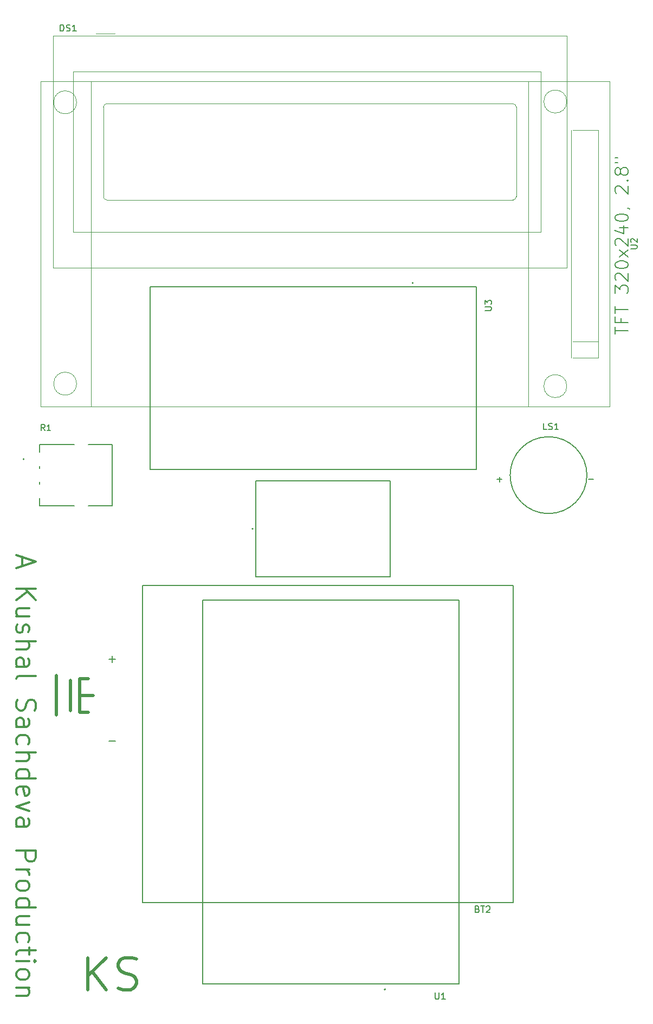
<source format=gbr>
%TF.GenerationSoftware,KiCad,Pcbnew,9.0.3*%
%TF.CreationDate,2025-09-20T20:18:25+05:30*%
%TF.ProjectId,RFID2,52464944-322e-46b6-9963-61645f706362,rev?*%
%TF.SameCoordinates,Original*%
%TF.FileFunction,Legend,Top*%
%TF.FilePolarity,Positive*%
%FSLAX46Y46*%
G04 Gerber Fmt 4.6, Leading zero omitted, Abs format (unit mm)*
G04 Created by KiCad (PCBNEW 9.0.3) date 2025-09-20 20:18:25*
%MOMM*%
%LPD*%
G01*
G04 APERTURE LIST*
%ADD10C,0.100000*%
%ADD11C,0.500000*%
%ADD12C,0.300000*%
%ADD13C,0.150000*%
%ADD14C,0.127000*%
%ADD15C,0.200000*%
%ADD16C,0.120000*%
G04 APERTURE END LIST*
D10*
D11*
X87819423Y-175144032D02*
X87819423Y-170144032D01*
X90676566Y-175144032D02*
X88533708Y-172286889D01*
X90676566Y-170144032D02*
X87819423Y-173001175D01*
X92581327Y-174905937D02*
X93295613Y-175144032D01*
X93295613Y-175144032D02*
X94486089Y-175144032D01*
X94486089Y-175144032D02*
X94962280Y-174905937D01*
X94962280Y-174905937D02*
X95200375Y-174667841D01*
X95200375Y-174667841D02*
X95438470Y-174191651D01*
X95438470Y-174191651D02*
X95438470Y-173715460D01*
X95438470Y-173715460D02*
X95200375Y-173239270D01*
X95200375Y-173239270D02*
X94962280Y-173001175D01*
X94962280Y-173001175D02*
X94486089Y-172763079D01*
X94486089Y-172763079D02*
X93533708Y-172524984D01*
X93533708Y-172524984D02*
X93057518Y-172286889D01*
X93057518Y-172286889D02*
X92819423Y-172048794D01*
X92819423Y-172048794D02*
X92581327Y-171572603D01*
X92581327Y-171572603D02*
X92581327Y-171096413D01*
X92581327Y-171096413D02*
X92819423Y-170620222D01*
X92819423Y-170620222D02*
X93057518Y-170382127D01*
X93057518Y-170382127D02*
X93533708Y-170144032D01*
X93533708Y-170144032D02*
X94724185Y-170144032D01*
X94724185Y-170144032D02*
X95438470Y-170382127D01*
X82937904Y-126087074D02*
X82937904Y-132277550D01*
X86509333Y-126563264D02*
X86509333Y-131801360D01*
X87937904Y-126563264D02*
X86509333Y-126563264D01*
X85080761Y-126801360D02*
X85080761Y-131563264D01*
X88652190Y-129182312D02*
X86509333Y-129182312D01*
X87937904Y-131801360D02*
X86509333Y-131801360D01*
D12*
X77539885Y-107550733D02*
X77539885Y-108979305D01*
X76682742Y-107265019D02*
X79682742Y-108265019D01*
X79682742Y-108265019D02*
X76682742Y-109265019D01*
X76682742Y-112550733D02*
X79682742Y-112550733D01*
X76682742Y-114265019D02*
X78397028Y-112979305D01*
X79682742Y-114265019D02*
X77968457Y-112550733D01*
X78682742Y-116836448D02*
X76682742Y-116836448D01*
X78682742Y-115550733D02*
X77111314Y-115550733D01*
X77111314Y-115550733D02*
X76825600Y-115693590D01*
X76825600Y-115693590D02*
X76682742Y-115979305D01*
X76682742Y-115979305D02*
X76682742Y-116407876D01*
X76682742Y-116407876D02*
X76825600Y-116693590D01*
X76825600Y-116693590D02*
X76968457Y-116836448D01*
X76825600Y-118122162D02*
X76682742Y-118407876D01*
X76682742Y-118407876D02*
X76682742Y-118979305D01*
X76682742Y-118979305D02*
X76825600Y-119265019D01*
X76825600Y-119265019D02*
X77111314Y-119407876D01*
X77111314Y-119407876D02*
X77254171Y-119407876D01*
X77254171Y-119407876D02*
X77539885Y-119265019D01*
X77539885Y-119265019D02*
X77682742Y-118979305D01*
X77682742Y-118979305D02*
X77682742Y-118550734D01*
X77682742Y-118550734D02*
X77825600Y-118265019D01*
X77825600Y-118265019D02*
X78111314Y-118122162D01*
X78111314Y-118122162D02*
X78254171Y-118122162D01*
X78254171Y-118122162D02*
X78539885Y-118265019D01*
X78539885Y-118265019D02*
X78682742Y-118550734D01*
X78682742Y-118550734D02*
X78682742Y-118979305D01*
X78682742Y-118979305D02*
X78539885Y-119265019D01*
X76682742Y-120693590D02*
X79682742Y-120693590D01*
X76682742Y-121979305D02*
X78254171Y-121979305D01*
X78254171Y-121979305D02*
X78539885Y-121836447D01*
X78539885Y-121836447D02*
X78682742Y-121550733D01*
X78682742Y-121550733D02*
X78682742Y-121122162D01*
X78682742Y-121122162D02*
X78539885Y-120836447D01*
X78539885Y-120836447D02*
X78397028Y-120693590D01*
X76682742Y-124693591D02*
X78254171Y-124693591D01*
X78254171Y-124693591D02*
X78539885Y-124550733D01*
X78539885Y-124550733D02*
X78682742Y-124265019D01*
X78682742Y-124265019D02*
X78682742Y-123693591D01*
X78682742Y-123693591D02*
X78539885Y-123407876D01*
X76825600Y-124693591D02*
X76682742Y-124407876D01*
X76682742Y-124407876D02*
X76682742Y-123693591D01*
X76682742Y-123693591D02*
X76825600Y-123407876D01*
X76825600Y-123407876D02*
X77111314Y-123265019D01*
X77111314Y-123265019D02*
X77397028Y-123265019D01*
X77397028Y-123265019D02*
X77682742Y-123407876D01*
X77682742Y-123407876D02*
X77825600Y-123693591D01*
X77825600Y-123693591D02*
X77825600Y-124407876D01*
X77825600Y-124407876D02*
X77968457Y-124693591D01*
X76682742Y-126550734D02*
X76825600Y-126265019D01*
X76825600Y-126265019D02*
X77111314Y-126122162D01*
X77111314Y-126122162D02*
X79682742Y-126122162D01*
X76825600Y-129836448D02*
X76682742Y-130265020D01*
X76682742Y-130265020D02*
X76682742Y-130979305D01*
X76682742Y-130979305D02*
X76825600Y-131265020D01*
X76825600Y-131265020D02*
X76968457Y-131407877D01*
X76968457Y-131407877D02*
X77254171Y-131550734D01*
X77254171Y-131550734D02*
X77539885Y-131550734D01*
X77539885Y-131550734D02*
X77825600Y-131407877D01*
X77825600Y-131407877D02*
X77968457Y-131265020D01*
X77968457Y-131265020D02*
X78111314Y-130979305D01*
X78111314Y-130979305D02*
X78254171Y-130407877D01*
X78254171Y-130407877D02*
X78397028Y-130122162D01*
X78397028Y-130122162D02*
X78539885Y-129979305D01*
X78539885Y-129979305D02*
X78825600Y-129836448D01*
X78825600Y-129836448D02*
X79111314Y-129836448D01*
X79111314Y-129836448D02*
X79397028Y-129979305D01*
X79397028Y-129979305D02*
X79539885Y-130122162D01*
X79539885Y-130122162D02*
X79682742Y-130407877D01*
X79682742Y-130407877D02*
X79682742Y-131122162D01*
X79682742Y-131122162D02*
X79539885Y-131550734D01*
X76682742Y-134122163D02*
X78254171Y-134122163D01*
X78254171Y-134122163D02*
X78539885Y-133979305D01*
X78539885Y-133979305D02*
X78682742Y-133693591D01*
X78682742Y-133693591D02*
X78682742Y-133122163D01*
X78682742Y-133122163D02*
X78539885Y-132836448D01*
X76825600Y-134122163D02*
X76682742Y-133836448D01*
X76682742Y-133836448D02*
X76682742Y-133122163D01*
X76682742Y-133122163D02*
X76825600Y-132836448D01*
X76825600Y-132836448D02*
X77111314Y-132693591D01*
X77111314Y-132693591D02*
X77397028Y-132693591D01*
X77397028Y-132693591D02*
X77682742Y-132836448D01*
X77682742Y-132836448D02*
X77825600Y-133122163D01*
X77825600Y-133122163D02*
X77825600Y-133836448D01*
X77825600Y-133836448D02*
X77968457Y-134122163D01*
X76825600Y-136836449D02*
X76682742Y-136550734D01*
X76682742Y-136550734D02*
X76682742Y-135979306D01*
X76682742Y-135979306D02*
X76825600Y-135693591D01*
X76825600Y-135693591D02*
X76968457Y-135550734D01*
X76968457Y-135550734D02*
X77254171Y-135407877D01*
X77254171Y-135407877D02*
X78111314Y-135407877D01*
X78111314Y-135407877D02*
X78397028Y-135550734D01*
X78397028Y-135550734D02*
X78539885Y-135693591D01*
X78539885Y-135693591D02*
X78682742Y-135979306D01*
X78682742Y-135979306D02*
X78682742Y-136550734D01*
X78682742Y-136550734D02*
X78539885Y-136836449D01*
X76682742Y-138122163D02*
X79682742Y-138122163D01*
X76682742Y-139407878D02*
X78254171Y-139407878D01*
X78254171Y-139407878D02*
X78539885Y-139265020D01*
X78539885Y-139265020D02*
X78682742Y-138979306D01*
X78682742Y-138979306D02*
X78682742Y-138550735D01*
X78682742Y-138550735D02*
X78539885Y-138265020D01*
X78539885Y-138265020D02*
X78397028Y-138122163D01*
X76682742Y-142122164D02*
X79682742Y-142122164D01*
X76825600Y-142122164D02*
X76682742Y-141836449D01*
X76682742Y-141836449D02*
X76682742Y-141265021D01*
X76682742Y-141265021D02*
X76825600Y-140979306D01*
X76825600Y-140979306D02*
X76968457Y-140836449D01*
X76968457Y-140836449D02*
X77254171Y-140693592D01*
X77254171Y-140693592D02*
X78111314Y-140693592D01*
X78111314Y-140693592D02*
X78397028Y-140836449D01*
X78397028Y-140836449D02*
X78539885Y-140979306D01*
X78539885Y-140979306D02*
X78682742Y-141265021D01*
X78682742Y-141265021D02*
X78682742Y-141836449D01*
X78682742Y-141836449D02*
X78539885Y-142122164D01*
X76825600Y-144693592D02*
X76682742Y-144407878D01*
X76682742Y-144407878D02*
X76682742Y-143836450D01*
X76682742Y-143836450D02*
X76825600Y-143550735D01*
X76825600Y-143550735D02*
X77111314Y-143407878D01*
X77111314Y-143407878D02*
X78254171Y-143407878D01*
X78254171Y-143407878D02*
X78539885Y-143550735D01*
X78539885Y-143550735D02*
X78682742Y-143836450D01*
X78682742Y-143836450D02*
X78682742Y-144407878D01*
X78682742Y-144407878D02*
X78539885Y-144693592D01*
X78539885Y-144693592D02*
X78254171Y-144836450D01*
X78254171Y-144836450D02*
X77968457Y-144836450D01*
X77968457Y-144836450D02*
X77682742Y-143407878D01*
X78682742Y-145836450D02*
X76682742Y-146550736D01*
X76682742Y-146550736D02*
X78682742Y-147265021D01*
X76682742Y-149693593D02*
X78254171Y-149693593D01*
X78254171Y-149693593D02*
X78539885Y-149550735D01*
X78539885Y-149550735D02*
X78682742Y-149265021D01*
X78682742Y-149265021D02*
X78682742Y-148693593D01*
X78682742Y-148693593D02*
X78539885Y-148407878D01*
X76825600Y-149693593D02*
X76682742Y-149407878D01*
X76682742Y-149407878D02*
X76682742Y-148693593D01*
X76682742Y-148693593D02*
X76825600Y-148407878D01*
X76825600Y-148407878D02*
X77111314Y-148265021D01*
X77111314Y-148265021D02*
X77397028Y-148265021D01*
X77397028Y-148265021D02*
X77682742Y-148407878D01*
X77682742Y-148407878D02*
X77825600Y-148693593D01*
X77825600Y-148693593D02*
X77825600Y-149407878D01*
X77825600Y-149407878D02*
X77968457Y-149693593D01*
X76682742Y-153407878D02*
X79682742Y-153407878D01*
X79682742Y-153407878D02*
X79682742Y-154550735D01*
X79682742Y-154550735D02*
X79539885Y-154836450D01*
X79539885Y-154836450D02*
X79397028Y-154979307D01*
X79397028Y-154979307D02*
X79111314Y-155122164D01*
X79111314Y-155122164D02*
X78682742Y-155122164D01*
X78682742Y-155122164D02*
X78397028Y-154979307D01*
X78397028Y-154979307D02*
X78254171Y-154836450D01*
X78254171Y-154836450D02*
X78111314Y-154550735D01*
X78111314Y-154550735D02*
X78111314Y-153407878D01*
X76682742Y-156407878D02*
X78682742Y-156407878D01*
X78111314Y-156407878D02*
X78397028Y-156550735D01*
X78397028Y-156550735D02*
X78539885Y-156693593D01*
X78539885Y-156693593D02*
X78682742Y-156979307D01*
X78682742Y-156979307D02*
X78682742Y-157265021D01*
X76682742Y-158693593D02*
X76825600Y-158407878D01*
X76825600Y-158407878D02*
X76968457Y-158265021D01*
X76968457Y-158265021D02*
X77254171Y-158122164D01*
X77254171Y-158122164D02*
X78111314Y-158122164D01*
X78111314Y-158122164D02*
X78397028Y-158265021D01*
X78397028Y-158265021D02*
X78539885Y-158407878D01*
X78539885Y-158407878D02*
X78682742Y-158693593D01*
X78682742Y-158693593D02*
X78682742Y-159122164D01*
X78682742Y-159122164D02*
X78539885Y-159407878D01*
X78539885Y-159407878D02*
X78397028Y-159550736D01*
X78397028Y-159550736D02*
X78111314Y-159693593D01*
X78111314Y-159693593D02*
X77254171Y-159693593D01*
X77254171Y-159693593D02*
X76968457Y-159550736D01*
X76968457Y-159550736D02*
X76825600Y-159407878D01*
X76825600Y-159407878D02*
X76682742Y-159122164D01*
X76682742Y-159122164D02*
X76682742Y-158693593D01*
X76682742Y-162265022D02*
X79682742Y-162265022D01*
X76825600Y-162265022D02*
X76682742Y-161979307D01*
X76682742Y-161979307D02*
X76682742Y-161407879D01*
X76682742Y-161407879D02*
X76825600Y-161122164D01*
X76825600Y-161122164D02*
X76968457Y-160979307D01*
X76968457Y-160979307D02*
X77254171Y-160836450D01*
X77254171Y-160836450D02*
X78111314Y-160836450D01*
X78111314Y-160836450D02*
X78397028Y-160979307D01*
X78397028Y-160979307D02*
X78539885Y-161122164D01*
X78539885Y-161122164D02*
X78682742Y-161407879D01*
X78682742Y-161407879D02*
X78682742Y-161979307D01*
X78682742Y-161979307D02*
X78539885Y-162265022D01*
X78682742Y-164979308D02*
X76682742Y-164979308D01*
X78682742Y-163693593D02*
X77111314Y-163693593D01*
X77111314Y-163693593D02*
X76825600Y-163836450D01*
X76825600Y-163836450D02*
X76682742Y-164122165D01*
X76682742Y-164122165D02*
X76682742Y-164550736D01*
X76682742Y-164550736D02*
X76825600Y-164836450D01*
X76825600Y-164836450D02*
X76968457Y-164979308D01*
X76825600Y-167693594D02*
X76682742Y-167407879D01*
X76682742Y-167407879D02*
X76682742Y-166836451D01*
X76682742Y-166836451D02*
X76825600Y-166550736D01*
X76825600Y-166550736D02*
X76968457Y-166407879D01*
X76968457Y-166407879D02*
X77254171Y-166265022D01*
X77254171Y-166265022D02*
X78111314Y-166265022D01*
X78111314Y-166265022D02*
X78397028Y-166407879D01*
X78397028Y-166407879D02*
X78539885Y-166550736D01*
X78539885Y-166550736D02*
X78682742Y-166836451D01*
X78682742Y-166836451D02*
X78682742Y-167407879D01*
X78682742Y-167407879D02*
X78539885Y-167693594D01*
X78682742Y-168550737D02*
X78682742Y-169693594D01*
X79682742Y-168979308D02*
X77111314Y-168979308D01*
X77111314Y-168979308D02*
X76825600Y-169122165D01*
X76825600Y-169122165D02*
X76682742Y-169407880D01*
X76682742Y-169407880D02*
X76682742Y-169693594D01*
X76682742Y-170693594D02*
X78682742Y-170693594D01*
X79682742Y-170693594D02*
X79539885Y-170550737D01*
X79539885Y-170550737D02*
X79397028Y-170693594D01*
X79397028Y-170693594D02*
X79539885Y-170836451D01*
X79539885Y-170836451D02*
X79682742Y-170693594D01*
X79682742Y-170693594D02*
X79397028Y-170693594D01*
X76682742Y-172550737D02*
X76825600Y-172265022D01*
X76825600Y-172265022D02*
X76968457Y-172122165D01*
X76968457Y-172122165D02*
X77254171Y-171979308D01*
X77254171Y-171979308D02*
X78111314Y-171979308D01*
X78111314Y-171979308D02*
X78397028Y-172122165D01*
X78397028Y-172122165D02*
X78539885Y-172265022D01*
X78539885Y-172265022D02*
X78682742Y-172550737D01*
X78682742Y-172550737D02*
X78682742Y-172979308D01*
X78682742Y-172979308D02*
X78539885Y-173265022D01*
X78539885Y-173265022D02*
X78397028Y-173407880D01*
X78397028Y-173407880D02*
X78111314Y-173550737D01*
X78111314Y-173550737D02*
X77254171Y-173550737D01*
X77254171Y-173550737D02*
X76968457Y-173407880D01*
X76968457Y-173407880D02*
X76825600Y-173265022D01*
X76825600Y-173265022D02*
X76682742Y-172979308D01*
X76682742Y-172979308D02*
X76682742Y-172550737D01*
X78682742Y-174836451D02*
X76682742Y-174836451D01*
X78397028Y-174836451D02*
X78539885Y-174979308D01*
X78539885Y-174979308D02*
X78682742Y-175265023D01*
X78682742Y-175265023D02*
X78682742Y-175693594D01*
X78682742Y-175693594D02*
X78539885Y-175979308D01*
X78539885Y-175979308D02*
X78254171Y-176122166D01*
X78254171Y-176122166D02*
X76682742Y-176122166D01*
D13*
X149874819Y-69046341D02*
X150684342Y-69046341D01*
X150684342Y-69046341D02*
X150779580Y-68998722D01*
X150779580Y-68998722D02*
X150827200Y-68951103D01*
X150827200Y-68951103D02*
X150874819Y-68855865D01*
X150874819Y-68855865D02*
X150874819Y-68665389D01*
X150874819Y-68665389D02*
X150827200Y-68570151D01*
X150827200Y-68570151D02*
X150779580Y-68522532D01*
X150779580Y-68522532D02*
X150684342Y-68474913D01*
X150684342Y-68474913D02*
X149874819Y-68474913D01*
X149874819Y-68093960D02*
X149874819Y-67474913D01*
X149874819Y-67474913D02*
X150255771Y-67808246D01*
X150255771Y-67808246D02*
X150255771Y-67665389D01*
X150255771Y-67665389D02*
X150303390Y-67570151D01*
X150303390Y-67570151D02*
X150351009Y-67522532D01*
X150351009Y-67522532D02*
X150446247Y-67474913D01*
X150446247Y-67474913D02*
X150684342Y-67474913D01*
X150684342Y-67474913D02*
X150779580Y-67522532D01*
X150779580Y-67522532D02*
X150827200Y-67570151D01*
X150827200Y-67570151D02*
X150874819Y-67665389D01*
X150874819Y-67665389D02*
X150874819Y-67951103D01*
X150874819Y-67951103D02*
X150827200Y-68046341D01*
X150827200Y-68046341D02*
X150779580Y-68093960D01*
X172634819Y-59411341D02*
X173444342Y-59411341D01*
X173444342Y-59411341D02*
X173539580Y-59363722D01*
X173539580Y-59363722D02*
X173587200Y-59316103D01*
X173587200Y-59316103D02*
X173634819Y-59220865D01*
X173634819Y-59220865D02*
X173634819Y-59030389D01*
X173634819Y-59030389D02*
X173587200Y-58935151D01*
X173587200Y-58935151D02*
X173539580Y-58887532D01*
X173539580Y-58887532D02*
X173444342Y-58839913D01*
X173444342Y-58839913D02*
X172634819Y-58839913D01*
X172730057Y-58411341D02*
X172682438Y-58363722D01*
X172682438Y-58363722D02*
X172634819Y-58268484D01*
X172634819Y-58268484D02*
X172634819Y-58030389D01*
X172634819Y-58030389D02*
X172682438Y-57935151D01*
X172682438Y-57935151D02*
X172730057Y-57887532D01*
X172730057Y-57887532D02*
X172825295Y-57839913D01*
X172825295Y-57839913D02*
X172920533Y-57839913D01*
X172920533Y-57839913D02*
X173063390Y-57887532D01*
X173063390Y-57887532D02*
X173634819Y-58458960D01*
X173634819Y-58458960D02*
X173634819Y-57839913D01*
X170217438Y-72760581D02*
X170217438Y-71617724D01*
X172217438Y-72189153D02*
X170217438Y-72189153D01*
X171169819Y-70284390D02*
X171169819Y-70951057D01*
X172217438Y-70951057D02*
X170217438Y-70951057D01*
X170217438Y-70951057D02*
X170217438Y-69998676D01*
X170217438Y-69522485D02*
X170217438Y-68379628D01*
X172217438Y-68951057D02*
X170217438Y-68951057D01*
X170217438Y-66379627D02*
X170217438Y-65141532D01*
X170217438Y-65141532D02*
X170979342Y-65808199D01*
X170979342Y-65808199D02*
X170979342Y-65522484D01*
X170979342Y-65522484D02*
X171074580Y-65332008D01*
X171074580Y-65332008D02*
X171169819Y-65236770D01*
X171169819Y-65236770D02*
X171360295Y-65141532D01*
X171360295Y-65141532D02*
X171836485Y-65141532D01*
X171836485Y-65141532D02*
X172026961Y-65236770D01*
X172026961Y-65236770D02*
X172122200Y-65332008D01*
X172122200Y-65332008D02*
X172217438Y-65522484D01*
X172217438Y-65522484D02*
X172217438Y-66093913D01*
X172217438Y-66093913D02*
X172122200Y-66284389D01*
X172122200Y-66284389D02*
X172026961Y-66379627D01*
X170407914Y-64379627D02*
X170312676Y-64284389D01*
X170312676Y-64284389D02*
X170217438Y-64093913D01*
X170217438Y-64093913D02*
X170217438Y-63617722D01*
X170217438Y-63617722D02*
X170312676Y-63427246D01*
X170312676Y-63427246D02*
X170407914Y-63332008D01*
X170407914Y-63332008D02*
X170598390Y-63236770D01*
X170598390Y-63236770D02*
X170788866Y-63236770D01*
X170788866Y-63236770D02*
X171074580Y-63332008D01*
X171074580Y-63332008D02*
X172217438Y-64474865D01*
X172217438Y-64474865D02*
X172217438Y-63236770D01*
X170217438Y-61998675D02*
X170217438Y-61808198D01*
X170217438Y-61808198D02*
X170312676Y-61617722D01*
X170312676Y-61617722D02*
X170407914Y-61522484D01*
X170407914Y-61522484D02*
X170598390Y-61427246D01*
X170598390Y-61427246D02*
X170979342Y-61332008D01*
X170979342Y-61332008D02*
X171455533Y-61332008D01*
X171455533Y-61332008D02*
X171836485Y-61427246D01*
X171836485Y-61427246D02*
X172026961Y-61522484D01*
X172026961Y-61522484D02*
X172122200Y-61617722D01*
X172122200Y-61617722D02*
X172217438Y-61808198D01*
X172217438Y-61808198D02*
X172217438Y-61998675D01*
X172217438Y-61998675D02*
X172122200Y-62189151D01*
X172122200Y-62189151D02*
X172026961Y-62284389D01*
X172026961Y-62284389D02*
X171836485Y-62379627D01*
X171836485Y-62379627D02*
X171455533Y-62474865D01*
X171455533Y-62474865D02*
X170979342Y-62474865D01*
X170979342Y-62474865D02*
X170598390Y-62379627D01*
X170598390Y-62379627D02*
X170407914Y-62284389D01*
X170407914Y-62284389D02*
X170312676Y-62189151D01*
X170312676Y-62189151D02*
X170217438Y-61998675D01*
X172217438Y-60665341D02*
X170884104Y-59617722D01*
X170884104Y-60665341D02*
X172217438Y-59617722D01*
X170407914Y-58951055D02*
X170312676Y-58855817D01*
X170312676Y-58855817D02*
X170217438Y-58665341D01*
X170217438Y-58665341D02*
X170217438Y-58189150D01*
X170217438Y-58189150D02*
X170312676Y-57998674D01*
X170312676Y-57998674D02*
X170407914Y-57903436D01*
X170407914Y-57903436D02*
X170598390Y-57808198D01*
X170598390Y-57808198D02*
X170788866Y-57808198D01*
X170788866Y-57808198D02*
X171074580Y-57903436D01*
X171074580Y-57903436D02*
X172217438Y-59046293D01*
X172217438Y-59046293D02*
X172217438Y-57808198D01*
X170884104Y-56093912D02*
X172217438Y-56093912D01*
X170122200Y-56570103D02*
X171550771Y-57046293D01*
X171550771Y-57046293D02*
X171550771Y-55808198D01*
X170217438Y-54665341D02*
X170217438Y-54474864D01*
X170217438Y-54474864D02*
X170312676Y-54284388D01*
X170312676Y-54284388D02*
X170407914Y-54189150D01*
X170407914Y-54189150D02*
X170598390Y-54093912D01*
X170598390Y-54093912D02*
X170979342Y-53998674D01*
X170979342Y-53998674D02*
X171455533Y-53998674D01*
X171455533Y-53998674D02*
X171836485Y-54093912D01*
X171836485Y-54093912D02*
X172026961Y-54189150D01*
X172026961Y-54189150D02*
X172122200Y-54284388D01*
X172122200Y-54284388D02*
X172217438Y-54474864D01*
X172217438Y-54474864D02*
X172217438Y-54665341D01*
X172217438Y-54665341D02*
X172122200Y-54855817D01*
X172122200Y-54855817D02*
X172026961Y-54951055D01*
X172026961Y-54951055D02*
X171836485Y-55046293D01*
X171836485Y-55046293D02*
X171455533Y-55141531D01*
X171455533Y-55141531D02*
X170979342Y-55141531D01*
X170979342Y-55141531D02*
X170598390Y-55046293D01*
X170598390Y-55046293D02*
X170407914Y-54951055D01*
X170407914Y-54951055D02*
X170312676Y-54855817D01*
X170312676Y-54855817D02*
X170217438Y-54665341D01*
X172122200Y-53046293D02*
X172217438Y-53046293D01*
X172217438Y-53046293D02*
X172407914Y-53141531D01*
X172407914Y-53141531D02*
X172503152Y-53236769D01*
X170407914Y-50760578D02*
X170312676Y-50665340D01*
X170312676Y-50665340D02*
X170217438Y-50474864D01*
X170217438Y-50474864D02*
X170217438Y-49998673D01*
X170217438Y-49998673D02*
X170312676Y-49808197D01*
X170312676Y-49808197D02*
X170407914Y-49712959D01*
X170407914Y-49712959D02*
X170598390Y-49617721D01*
X170598390Y-49617721D02*
X170788866Y-49617721D01*
X170788866Y-49617721D02*
X171074580Y-49712959D01*
X171074580Y-49712959D02*
X172217438Y-50855816D01*
X172217438Y-50855816D02*
X172217438Y-49617721D01*
X172026961Y-48760578D02*
X172122200Y-48665340D01*
X172122200Y-48665340D02*
X172217438Y-48760578D01*
X172217438Y-48760578D02*
X172122200Y-48855816D01*
X172122200Y-48855816D02*
X172026961Y-48760578D01*
X172026961Y-48760578D02*
X172217438Y-48760578D01*
X171074580Y-47522483D02*
X170979342Y-47712959D01*
X170979342Y-47712959D02*
X170884104Y-47808197D01*
X170884104Y-47808197D02*
X170693628Y-47903435D01*
X170693628Y-47903435D02*
X170598390Y-47903435D01*
X170598390Y-47903435D02*
X170407914Y-47808197D01*
X170407914Y-47808197D02*
X170312676Y-47712959D01*
X170312676Y-47712959D02*
X170217438Y-47522483D01*
X170217438Y-47522483D02*
X170217438Y-47141530D01*
X170217438Y-47141530D02*
X170312676Y-46951054D01*
X170312676Y-46951054D02*
X170407914Y-46855816D01*
X170407914Y-46855816D02*
X170598390Y-46760578D01*
X170598390Y-46760578D02*
X170693628Y-46760578D01*
X170693628Y-46760578D02*
X170884104Y-46855816D01*
X170884104Y-46855816D02*
X170979342Y-46951054D01*
X170979342Y-46951054D02*
X171074580Y-47141530D01*
X171074580Y-47141530D02*
X171074580Y-47522483D01*
X171074580Y-47522483D02*
X171169819Y-47712959D01*
X171169819Y-47712959D02*
X171265057Y-47808197D01*
X171265057Y-47808197D02*
X171455533Y-47903435D01*
X171455533Y-47903435D02*
X171836485Y-47903435D01*
X171836485Y-47903435D02*
X172026961Y-47808197D01*
X172026961Y-47808197D02*
X172122200Y-47712959D01*
X172122200Y-47712959D02*
X172217438Y-47522483D01*
X172217438Y-47522483D02*
X172217438Y-47141530D01*
X172217438Y-47141530D02*
X172122200Y-46951054D01*
X172122200Y-46951054D02*
X172026961Y-46855816D01*
X172026961Y-46855816D02*
X171836485Y-46760578D01*
X171836485Y-46760578D02*
X171455533Y-46760578D01*
X171455533Y-46760578D02*
X171265057Y-46855816D01*
X171265057Y-46855816D02*
X171169819Y-46951054D01*
X171169819Y-46951054D02*
X171074580Y-47141530D01*
X170217438Y-45998673D02*
X170598390Y-45998673D01*
X170217438Y-45236768D02*
X170598390Y-45236768D01*
X83525714Y-25426756D02*
X83525714Y-24426756D01*
X83525714Y-24426756D02*
X83763809Y-24426756D01*
X83763809Y-24426756D02*
X83906666Y-24474375D01*
X83906666Y-24474375D02*
X84001904Y-24569613D01*
X84001904Y-24569613D02*
X84049523Y-24664851D01*
X84049523Y-24664851D02*
X84097142Y-24855327D01*
X84097142Y-24855327D02*
X84097142Y-24998184D01*
X84097142Y-24998184D02*
X84049523Y-25188660D01*
X84049523Y-25188660D02*
X84001904Y-25283898D01*
X84001904Y-25283898D02*
X83906666Y-25379137D01*
X83906666Y-25379137D02*
X83763809Y-25426756D01*
X83763809Y-25426756D02*
X83525714Y-25426756D01*
X84478095Y-25379137D02*
X84620952Y-25426756D01*
X84620952Y-25426756D02*
X84859047Y-25426756D01*
X84859047Y-25426756D02*
X84954285Y-25379137D01*
X84954285Y-25379137D02*
X85001904Y-25331517D01*
X85001904Y-25331517D02*
X85049523Y-25236279D01*
X85049523Y-25236279D02*
X85049523Y-25141041D01*
X85049523Y-25141041D02*
X85001904Y-25045803D01*
X85001904Y-25045803D02*
X84954285Y-24998184D01*
X84954285Y-24998184D02*
X84859047Y-24950565D01*
X84859047Y-24950565D02*
X84668571Y-24902946D01*
X84668571Y-24902946D02*
X84573333Y-24855327D01*
X84573333Y-24855327D02*
X84525714Y-24807708D01*
X84525714Y-24807708D02*
X84478095Y-24712470D01*
X84478095Y-24712470D02*
X84478095Y-24617232D01*
X84478095Y-24617232D02*
X84525714Y-24521994D01*
X84525714Y-24521994D02*
X84573333Y-24474375D01*
X84573333Y-24474375D02*
X84668571Y-24426756D01*
X84668571Y-24426756D02*
X84906666Y-24426756D01*
X84906666Y-24426756D02*
X85049523Y-24474375D01*
X86001904Y-25426756D02*
X85430476Y-25426756D01*
X85716190Y-25426756D02*
X85716190Y-24426756D01*
X85716190Y-24426756D02*
X85620952Y-24569613D01*
X85620952Y-24569613D02*
X85525714Y-24664851D01*
X85525714Y-24664851D02*
X85430476Y-24712470D01*
X142113095Y-175621756D02*
X142113095Y-176431279D01*
X142113095Y-176431279D02*
X142160714Y-176526517D01*
X142160714Y-176526517D02*
X142208333Y-176574137D01*
X142208333Y-176574137D02*
X142303571Y-176621756D01*
X142303571Y-176621756D02*
X142494047Y-176621756D01*
X142494047Y-176621756D02*
X142589285Y-176574137D01*
X142589285Y-176574137D02*
X142636904Y-176526517D01*
X142636904Y-176526517D02*
X142684523Y-176431279D01*
X142684523Y-176431279D02*
X142684523Y-175621756D01*
X143684523Y-176621756D02*
X143113095Y-176621756D01*
X143398809Y-176621756D02*
X143398809Y-175621756D01*
X143398809Y-175621756D02*
X143303571Y-175764613D01*
X143303571Y-175764613D02*
X143208333Y-175859851D01*
X143208333Y-175859851D02*
X143113095Y-175907470D01*
X148694285Y-162562946D02*
X148837142Y-162610565D01*
X148837142Y-162610565D02*
X148884761Y-162658184D01*
X148884761Y-162658184D02*
X148932380Y-162753422D01*
X148932380Y-162753422D02*
X148932380Y-162896279D01*
X148932380Y-162896279D02*
X148884761Y-162991517D01*
X148884761Y-162991517D02*
X148837142Y-163039137D01*
X148837142Y-163039137D02*
X148741904Y-163086756D01*
X148741904Y-163086756D02*
X148360952Y-163086756D01*
X148360952Y-163086756D02*
X148360952Y-162086756D01*
X148360952Y-162086756D02*
X148694285Y-162086756D01*
X148694285Y-162086756D02*
X148789523Y-162134375D01*
X148789523Y-162134375D02*
X148837142Y-162181994D01*
X148837142Y-162181994D02*
X148884761Y-162277232D01*
X148884761Y-162277232D02*
X148884761Y-162372470D01*
X148884761Y-162372470D02*
X148837142Y-162467708D01*
X148837142Y-162467708D02*
X148789523Y-162515327D01*
X148789523Y-162515327D02*
X148694285Y-162562946D01*
X148694285Y-162562946D02*
X148360952Y-162562946D01*
X149218095Y-162086756D02*
X149789523Y-162086756D01*
X149503809Y-163086756D02*
X149503809Y-162086756D01*
X150075238Y-162181994D02*
X150122857Y-162134375D01*
X150122857Y-162134375D02*
X150218095Y-162086756D01*
X150218095Y-162086756D02*
X150456190Y-162086756D01*
X150456190Y-162086756D02*
X150551428Y-162134375D01*
X150551428Y-162134375D02*
X150599047Y-162181994D01*
X150599047Y-162181994D02*
X150646666Y-162277232D01*
X150646666Y-162277232D02*
X150646666Y-162372470D01*
X150646666Y-162372470D02*
X150599047Y-162515327D01*
X150599047Y-162515327D02*
X150027619Y-163086756D01*
X150027619Y-163086756D02*
X150646666Y-163086756D01*
X91106667Y-136288470D02*
X92173334Y-136288470D01*
X91106667Y-123518470D02*
X92173334Y-123518470D01*
X91640000Y-124051803D02*
X91640000Y-122985137D01*
X159530608Y-87661423D02*
X159051703Y-87661423D01*
X159051703Y-87661423D02*
X159051703Y-86655722D01*
X159817952Y-87613533D02*
X159961623Y-87661423D01*
X159961623Y-87661423D02*
X160201076Y-87661423D01*
X160201076Y-87661423D02*
X160296857Y-87613533D01*
X160296857Y-87613533D02*
X160344747Y-87565642D01*
X160344747Y-87565642D02*
X160392638Y-87469861D01*
X160392638Y-87469861D02*
X160392638Y-87374080D01*
X160392638Y-87374080D02*
X160344747Y-87278299D01*
X160344747Y-87278299D02*
X160296857Y-87230408D01*
X160296857Y-87230408D02*
X160201076Y-87182518D01*
X160201076Y-87182518D02*
X160009514Y-87134627D01*
X160009514Y-87134627D02*
X159913733Y-87086737D01*
X159913733Y-87086737D02*
X159865842Y-87038846D01*
X159865842Y-87038846D02*
X159817952Y-86943065D01*
X159817952Y-86943065D02*
X159817952Y-86847284D01*
X159817952Y-86847284D02*
X159865842Y-86751503D01*
X159865842Y-86751503D02*
X159913733Y-86703613D01*
X159913733Y-86703613D02*
X160009514Y-86655722D01*
X160009514Y-86655722D02*
X160248966Y-86655722D01*
X160248966Y-86655722D02*
X160392638Y-86703613D01*
X161350448Y-87661423D02*
X160775762Y-87661423D01*
X161063105Y-87661423D02*
X161063105Y-86655722D01*
X161063105Y-86655722D02*
X160967324Y-86799394D01*
X160967324Y-86799394D02*
X160871543Y-86895175D01*
X160871543Y-86895175D02*
X160775762Y-86943065D01*
X151761955Y-95427194D02*
X152525486Y-95427194D01*
X152143720Y-95808959D02*
X152143720Y-95045429D01*
X166011150Y-95426759D02*
X166774171Y-95426759D01*
X81117519Y-87811258D02*
X80802558Y-87361314D01*
X80577586Y-87811258D02*
X80577586Y-86866376D01*
X80577586Y-86866376D02*
X80937541Y-86866376D01*
X80937541Y-86866376D02*
X81027530Y-86911370D01*
X81027530Y-86911370D02*
X81072525Y-86956365D01*
X81072525Y-86956365D02*
X81117519Y-87046353D01*
X81117519Y-87046353D02*
X81117519Y-87181337D01*
X81117519Y-87181337D02*
X81072525Y-87271325D01*
X81072525Y-87271325D02*
X81027530Y-87316320D01*
X81027530Y-87316320D02*
X80937541Y-87361314D01*
X80937541Y-87361314D02*
X80577586Y-87361314D01*
X82017407Y-87811258D02*
X81477474Y-87811258D01*
X81747440Y-87811258D02*
X81747440Y-86866376D01*
X81747440Y-86866376D02*
X81657452Y-87001359D01*
X81657452Y-87001359D02*
X81567463Y-87091348D01*
X81567463Y-87091348D02*
X81477474Y-87136342D01*
D14*
%TO.C,S1*%
X114060000Y-95639437D02*
X135060000Y-95639437D01*
X114060000Y-110639437D02*
X114060000Y-95639437D01*
X135060000Y-95639437D02*
X135060000Y-110639437D01*
X135060000Y-110639437D02*
X114060000Y-110639437D01*
D15*
X113660000Y-103139437D02*
G75*
G02*
X113460000Y-103139437I-100000J0D01*
G01*
X113460000Y-103139437D02*
G75*
G02*
X113660000Y-103139437I100000J0D01*
G01*
D14*
%TO.C,U3*%
X97585000Y-65359437D02*
X97585000Y-70729437D01*
X97585000Y-65359437D02*
X148535000Y-65359437D01*
X97585000Y-65359437D02*
X148535000Y-65359437D01*
X97585000Y-70729437D02*
X97585000Y-88419437D01*
X97585000Y-88419437D02*
X97585000Y-93869437D01*
X97585000Y-93869437D02*
X97585000Y-65359437D01*
X148535000Y-65359437D02*
X148535000Y-76428437D01*
X148535000Y-65359437D02*
X148535000Y-93869437D01*
X148535000Y-76428437D02*
X148535000Y-83139437D01*
X148535000Y-83139437D02*
X148535000Y-93869437D01*
X148535000Y-93869437D02*
X97585000Y-93869437D01*
X148535000Y-93869437D02*
X97585000Y-93869437D01*
D15*
X138675000Y-64789437D02*
G75*
G02*
X138475000Y-64789437I-100000J0D01*
G01*
X138475000Y-64789437D02*
G75*
G02*
X138675000Y-64789437I100000J0D01*
G01*
D16*
%TO.C,U2*%
X80470000Y-33249437D02*
X80470000Y-84049437D01*
X80470000Y-84049437D02*
X169370000Y-84049437D01*
X88344000Y-84049437D02*
X88344000Y-33249437D01*
X156670000Y-84049437D02*
X156670000Y-33249437D01*
X163306000Y-76409437D02*
X163306000Y-40889437D01*
X163560000Y-40889437D02*
X167560000Y-40889437D01*
X163560000Y-73889437D02*
X167560000Y-73889437D01*
X167560000Y-40889437D02*
X167560000Y-76409437D01*
X167560000Y-76409437D02*
X163560000Y-76409437D01*
X169370000Y-33249437D02*
X80470000Y-33249437D01*
X169370000Y-84049437D02*
X169370000Y-33249437D01*
X86076051Y-36551437D02*
G75*
G02*
X82483949Y-36551437I-1796051J0D01*
G01*
X82483949Y-36551437D02*
G75*
G02*
X86076051Y-36551437I1796051J0D01*
G01*
X86076051Y-80493437D02*
G75*
G02*
X82483949Y-80493437I-1796051J0D01*
G01*
X82483949Y-80493437D02*
G75*
G02*
X86076051Y-80493437I1796051J0D01*
G01*
X162657051Y-36424437D02*
G75*
G02*
X159064949Y-36424437I-1796051J0D01*
G01*
X159064949Y-36424437D02*
G75*
G02*
X162657051Y-36424437I1796051J0D01*
G01*
X162657051Y-80874437D02*
G75*
G02*
X159064949Y-80874437I-1796051J0D01*
G01*
X159064949Y-80874437D02*
G75*
G02*
X162657051Y-80874437I1796051J0D01*
G01*
%TO.C,DS1*%
X82420000Y-26141937D02*
X82420000Y-62421937D01*
X82420000Y-62421937D02*
X162700000Y-62421937D01*
X82430000Y-26141937D02*
X83220000Y-26141937D01*
X85560000Y-31781937D02*
X158560000Y-31781937D01*
X85560000Y-56781937D02*
X85560000Y-31781937D01*
X89060000Y-25781937D02*
X92060000Y-25781937D01*
X90260280Y-51281257D02*
X90260280Y-37281937D01*
X90760000Y-36781937D02*
X154260000Y-36781937D01*
X154260660Y-51781937D02*
X90760000Y-51781937D01*
X154760000Y-37281937D02*
X154760000Y-51281937D01*
X158560000Y-31781937D02*
X158560000Y-56781937D01*
X158560000Y-56781937D02*
X85560000Y-56781937D01*
X162700000Y-26141937D02*
X83220000Y-26141937D01*
X162700000Y-62421937D02*
X162700000Y-26141937D01*
X90260280Y-37280777D02*
G75*
G02*
X90760660Y-36780397I500380J0D01*
G01*
X90760660Y-51781637D02*
G75*
G02*
X90260280Y-51281257I0J500380D01*
G01*
X154260000Y-36781937D02*
G75*
G02*
X154760000Y-37281937I0J-500000D01*
G01*
X154761040Y-51281257D02*
G75*
G02*
X154260660Y-51781577I-500340J20D01*
G01*
D14*
%TO.C,U1*%
X105800000Y-114281937D02*
X145800000Y-114281937D01*
X105800000Y-174281937D02*
X105800000Y-114281937D01*
X145800000Y-114281937D02*
X145800000Y-174281937D01*
X145800000Y-174281937D02*
X105800000Y-174281937D01*
D15*
X134331000Y-175089937D02*
G75*
G02*
X134131000Y-175089937I-100000J0D01*
G01*
X134131000Y-175089937D02*
G75*
G02*
X134331000Y-175089937I100000J0D01*
G01*
D14*
%TO.C,BT2*%
X96350000Y-112031937D02*
X96350000Y-161531937D01*
X96350000Y-161531937D02*
X154250000Y-161531937D01*
X154250000Y-112031937D02*
X96350000Y-112031937D01*
X154250000Y-161531937D02*
X154250000Y-112031937D01*
%TO.C,LS1*%
X165800000Y-94781937D02*
G75*
G02*
X153800000Y-94781937I-6000000J0D01*
G01*
X153800000Y-94781937D02*
G75*
G02*
X165800000Y-94781937I6000000J0D01*
G01*
%TO.C,R1*%
X80300000Y-90031937D02*
X85680000Y-90031937D01*
X80300000Y-91207937D02*
X80300000Y-90031937D01*
X80300000Y-93707937D02*
X80300000Y-93355937D01*
X80300000Y-96207937D02*
X80300000Y-95855937D01*
X80300000Y-98355937D02*
X80300000Y-99531937D01*
X85680000Y-99531937D02*
X80300000Y-99531937D01*
X87920000Y-90031937D02*
X91650000Y-90031937D01*
X91650000Y-90031937D02*
X91650000Y-99531937D01*
X91650000Y-99531937D02*
X87920000Y-99531937D01*
D15*
X77900000Y-92281937D02*
G75*
G02*
X77700000Y-92281937I-100000J0D01*
G01*
X77700000Y-92281937D02*
G75*
G02*
X77900000Y-92281937I100000J0D01*
G01*
%TD*%
M02*

</source>
